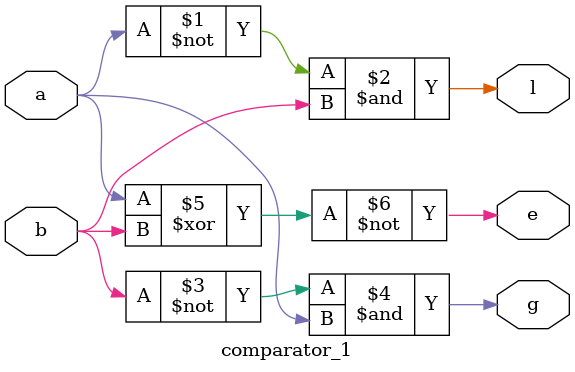
<source format=v>
module comparator_1(g,e,l,a,b);
    //I/O
    input a,b;
    output g,e,l;
    //wire connection
    and (l,~a,b);
    and (g,~b,a);
    xnor (e,a,b);
endmodule
</source>
